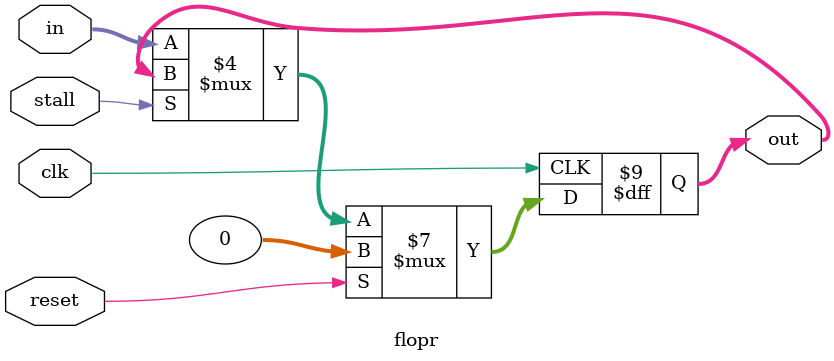
<source format=v>
`timescale 1ns / 1ps
module flopr #(parameter WIDTH = 32)
   (input clk, reset, stall,
	input [WIDTH-1:0] in,
	output reg [WIDTH-1:0] out);
	  
	initial begin
	    out <= 0;
	end
	
    always @ (posedge clk) begin
	    if(reset) out <= 0;
	    else if(stall == 0)  out <= in;
	end
	
endmodule



</source>
